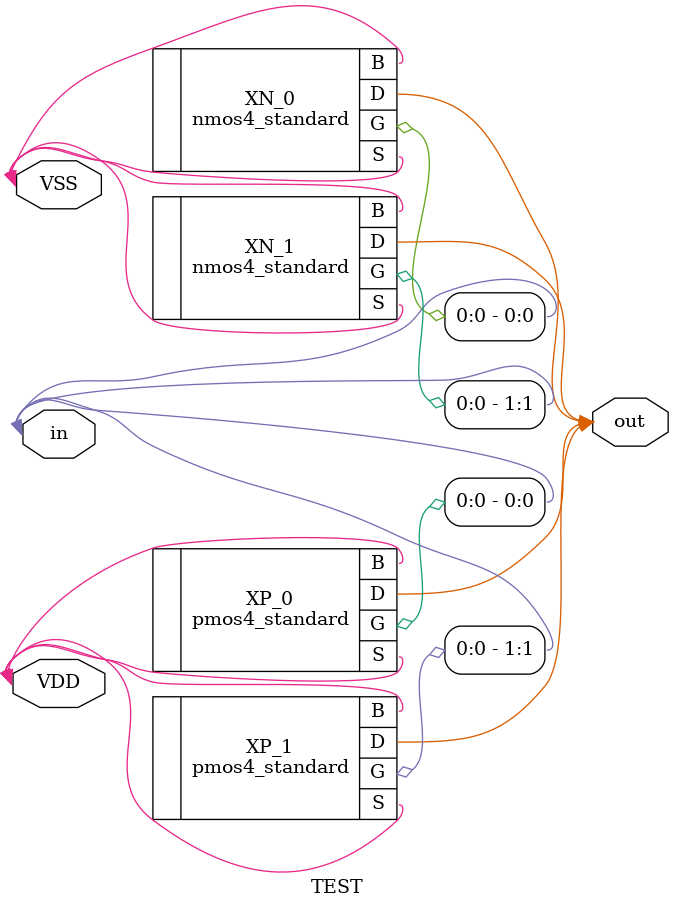
<source format=v>


module nmos4_standard(
    inout  wire B,
    inout  wire D,
    inout  wire G,
    inout  wire S
);

endmodule


module pmos4_standard(
    inout  wire B,
    inout  wire D,
    inout  wire G,
    inout  wire S
);

endmodule


module TEST(
    input  wire VDD,
    input  wire VSS,
    input  wire [1:0] in,
    output wire out
);

nmos4_standard XN_1 (
    .B( VSS ),
    .D( out ),
    .G( in[1] ),
    .S( VSS )
);

nmos4_standard XN_0 (
    .B( VSS ),
    .D( out ),
    .G( in[0] ),
    .S( VSS )
);

pmos4_standard XP_1 (
    .B( VDD ),
    .D( out ),
    .G( in[1] ),
    .S( VDD )
);

pmos4_standard XP_0 (
    .B( VDD ),
    .D( out ),
    .G( in[0] ),
    .S( VDD )
);

endmodule

</source>
